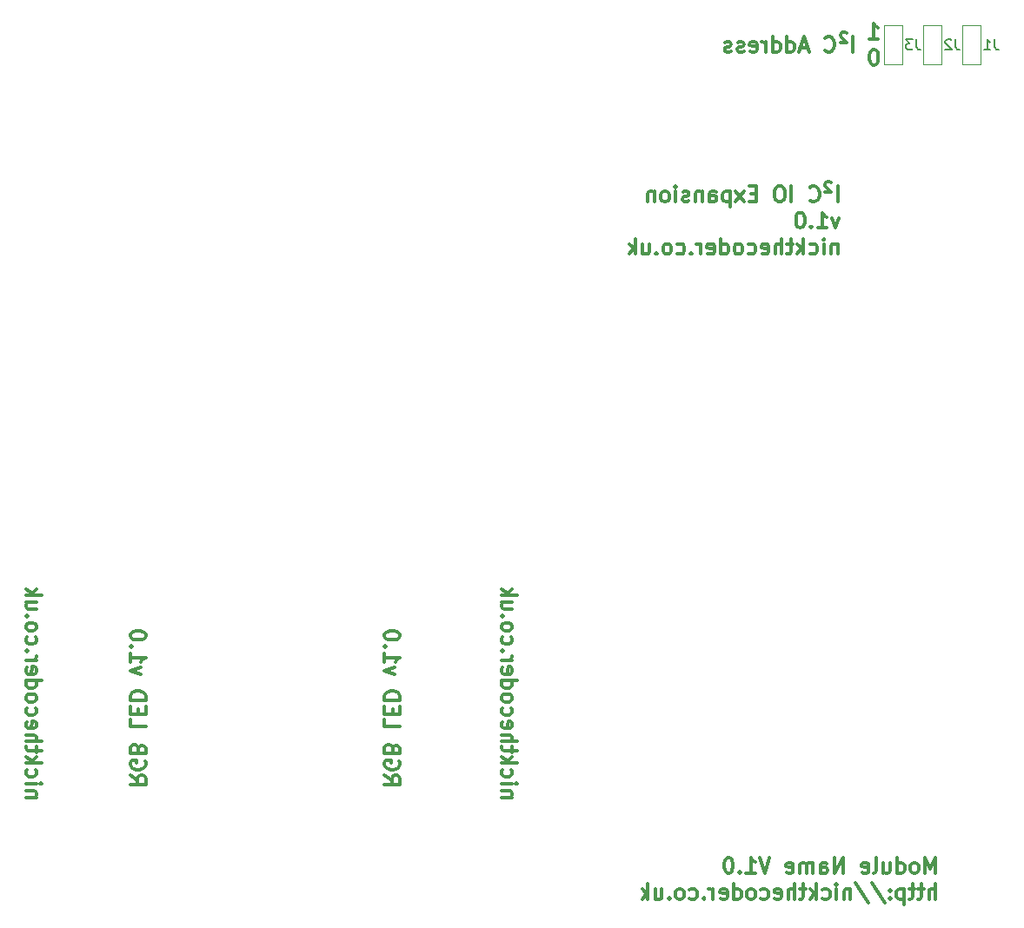
<source format=gbr>
G04 #@! TF.FileFunction,Legend,Bot*
%FSLAX46Y46*%
G04 Gerber Fmt 4.6, Leading zero omitted, Abs format (unit mm)*
G04 Created by KiCad (PCBNEW 4.0.7+dfsg1-1~bpo9+1) date Wed May  2 15:36:30 2018*
%MOMM*%
%LPD*%
G01*
G04 APERTURE LIST*
%ADD10C,0.100000*%
%ADD11C,0.300000*%
%ADD12C,0.120000*%
%ADD13C,0.150000*%
G04 APERTURE END LIST*
D10*
D11*
X153947857Y-109888571D02*
X153947857Y-108388571D01*
X153305000Y-108031429D02*
X153162143Y-107960000D01*
X152947857Y-107960000D01*
X152805000Y-108031429D01*
X152733571Y-108174286D01*
X152733571Y-108317143D01*
X152805000Y-108460000D01*
X153305000Y-108960000D01*
X152733571Y-108960000D01*
X151233571Y-109745714D02*
X151305000Y-109817143D01*
X151519286Y-109888571D01*
X151662143Y-109888571D01*
X151876428Y-109817143D01*
X152019286Y-109674286D01*
X152090714Y-109531429D01*
X152162143Y-109245714D01*
X152162143Y-109031429D01*
X152090714Y-108745714D01*
X152019286Y-108602857D01*
X151876428Y-108460000D01*
X151662143Y-108388571D01*
X151519286Y-108388571D01*
X151305000Y-108460000D01*
X151233571Y-108531429D01*
X149447857Y-109888571D02*
X149447857Y-108388571D01*
X148447857Y-108388571D02*
X148162143Y-108388571D01*
X148019285Y-108460000D01*
X147876428Y-108602857D01*
X147805000Y-108888571D01*
X147805000Y-109388571D01*
X147876428Y-109674286D01*
X148019285Y-109817143D01*
X148162143Y-109888571D01*
X148447857Y-109888571D01*
X148590714Y-109817143D01*
X148733571Y-109674286D01*
X148805000Y-109388571D01*
X148805000Y-108888571D01*
X148733571Y-108602857D01*
X148590714Y-108460000D01*
X148447857Y-108388571D01*
X146019285Y-109102857D02*
X145519285Y-109102857D01*
X145304999Y-109888571D02*
X146019285Y-109888571D01*
X146019285Y-108388571D01*
X145304999Y-108388571D01*
X144804999Y-109888571D02*
X144019285Y-108888571D01*
X144804999Y-108888571D02*
X144019285Y-109888571D01*
X143447856Y-108888571D02*
X143447856Y-110388571D01*
X143447856Y-108960000D02*
X143304999Y-108888571D01*
X143019285Y-108888571D01*
X142876428Y-108960000D01*
X142804999Y-109031429D01*
X142733570Y-109174286D01*
X142733570Y-109602857D01*
X142804999Y-109745714D01*
X142876428Y-109817143D01*
X143019285Y-109888571D01*
X143304999Y-109888571D01*
X143447856Y-109817143D01*
X141447856Y-109888571D02*
X141447856Y-109102857D01*
X141519285Y-108960000D01*
X141662142Y-108888571D01*
X141947856Y-108888571D01*
X142090713Y-108960000D01*
X141447856Y-109817143D02*
X141590713Y-109888571D01*
X141947856Y-109888571D01*
X142090713Y-109817143D01*
X142162142Y-109674286D01*
X142162142Y-109531429D01*
X142090713Y-109388571D01*
X141947856Y-109317143D01*
X141590713Y-109317143D01*
X141447856Y-109245714D01*
X140733570Y-108888571D02*
X140733570Y-109888571D01*
X140733570Y-109031429D02*
X140662142Y-108960000D01*
X140519284Y-108888571D01*
X140304999Y-108888571D01*
X140162142Y-108960000D01*
X140090713Y-109102857D01*
X140090713Y-109888571D01*
X139447856Y-109817143D02*
X139304999Y-109888571D01*
X139019284Y-109888571D01*
X138876427Y-109817143D01*
X138804999Y-109674286D01*
X138804999Y-109602857D01*
X138876427Y-109460000D01*
X139019284Y-109388571D01*
X139233570Y-109388571D01*
X139376427Y-109317143D01*
X139447856Y-109174286D01*
X139447856Y-109102857D01*
X139376427Y-108960000D01*
X139233570Y-108888571D01*
X139019284Y-108888571D01*
X138876427Y-108960000D01*
X138162141Y-109888571D02*
X138162141Y-108888571D01*
X138162141Y-108388571D02*
X138233570Y-108460000D01*
X138162141Y-108531429D01*
X138090713Y-108460000D01*
X138162141Y-108388571D01*
X138162141Y-108531429D01*
X137233569Y-109888571D02*
X137376427Y-109817143D01*
X137447855Y-109745714D01*
X137519284Y-109602857D01*
X137519284Y-109174286D01*
X137447855Y-109031429D01*
X137376427Y-108960000D01*
X137233569Y-108888571D01*
X137019284Y-108888571D01*
X136876427Y-108960000D01*
X136804998Y-109031429D01*
X136733569Y-109174286D01*
X136733569Y-109602857D01*
X136804998Y-109745714D01*
X136876427Y-109817143D01*
X137019284Y-109888571D01*
X137233569Y-109888571D01*
X136090712Y-108888571D02*
X136090712Y-109888571D01*
X136090712Y-109031429D02*
X136019284Y-108960000D01*
X135876426Y-108888571D01*
X135662141Y-108888571D01*
X135519284Y-108960000D01*
X135447855Y-109102857D01*
X135447855Y-109888571D01*
X154090714Y-111438571D02*
X153733571Y-112438571D01*
X153376429Y-111438571D01*
X152019286Y-112438571D02*
X152876429Y-112438571D01*
X152447857Y-112438571D02*
X152447857Y-110938571D01*
X152590714Y-111152857D01*
X152733572Y-111295714D01*
X152876429Y-111367143D01*
X151376429Y-112295714D02*
X151305001Y-112367143D01*
X151376429Y-112438571D01*
X151447858Y-112367143D01*
X151376429Y-112295714D01*
X151376429Y-112438571D01*
X150376429Y-110938571D02*
X150233572Y-110938571D01*
X150090715Y-111010000D01*
X150019286Y-111081429D01*
X149947857Y-111224286D01*
X149876429Y-111510000D01*
X149876429Y-111867143D01*
X149947857Y-112152857D01*
X150019286Y-112295714D01*
X150090715Y-112367143D01*
X150233572Y-112438571D01*
X150376429Y-112438571D01*
X150519286Y-112367143D01*
X150590715Y-112295714D01*
X150662143Y-112152857D01*
X150733572Y-111867143D01*
X150733572Y-111510000D01*
X150662143Y-111224286D01*
X150590715Y-111081429D01*
X150519286Y-111010000D01*
X150376429Y-110938571D01*
X153947857Y-113988571D02*
X153947857Y-114988571D01*
X153947857Y-114131429D02*
X153876429Y-114060000D01*
X153733571Y-113988571D01*
X153519286Y-113988571D01*
X153376429Y-114060000D01*
X153305000Y-114202857D01*
X153305000Y-114988571D01*
X152590714Y-114988571D02*
X152590714Y-113988571D01*
X152590714Y-113488571D02*
X152662143Y-113560000D01*
X152590714Y-113631429D01*
X152519286Y-113560000D01*
X152590714Y-113488571D01*
X152590714Y-113631429D01*
X151233571Y-114917143D02*
X151376428Y-114988571D01*
X151662142Y-114988571D01*
X151805000Y-114917143D01*
X151876428Y-114845714D01*
X151947857Y-114702857D01*
X151947857Y-114274286D01*
X151876428Y-114131429D01*
X151805000Y-114060000D01*
X151662142Y-113988571D01*
X151376428Y-113988571D01*
X151233571Y-114060000D01*
X150590714Y-114988571D02*
X150590714Y-113488571D01*
X150447857Y-114417143D02*
X150019286Y-114988571D01*
X150019286Y-113988571D02*
X150590714Y-114560000D01*
X149590714Y-113988571D02*
X149019285Y-113988571D01*
X149376428Y-113488571D02*
X149376428Y-114774286D01*
X149305000Y-114917143D01*
X149162142Y-114988571D01*
X149019285Y-114988571D01*
X148519285Y-114988571D02*
X148519285Y-113488571D01*
X147876428Y-114988571D02*
X147876428Y-114202857D01*
X147947857Y-114060000D01*
X148090714Y-113988571D01*
X148304999Y-113988571D01*
X148447857Y-114060000D01*
X148519285Y-114131429D01*
X146590714Y-114917143D02*
X146733571Y-114988571D01*
X147019285Y-114988571D01*
X147162142Y-114917143D01*
X147233571Y-114774286D01*
X147233571Y-114202857D01*
X147162142Y-114060000D01*
X147019285Y-113988571D01*
X146733571Y-113988571D01*
X146590714Y-114060000D01*
X146519285Y-114202857D01*
X146519285Y-114345714D01*
X147233571Y-114488571D01*
X145233571Y-114917143D02*
X145376428Y-114988571D01*
X145662142Y-114988571D01*
X145805000Y-114917143D01*
X145876428Y-114845714D01*
X145947857Y-114702857D01*
X145947857Y-114274286D01*
X145876428Y-114131429D01*
X145805000Y-114060000D01*
X145662142Y-113988571D01*
X145376428Y-113988571D01*
X145233571Y-114060000D01*
X144376428Y-114988571D02*
X144519286Y-114917143D01*
X144590714Y-114845714D01*
X144662143Y-114702857D01*
X144662143Y-114274286D01*
X144590714Y-114131429D01*
X144519286Y-114060000D01*
X144376428Y-113988571D01*
X144162143Y-113988571D01*
X144019286Y-114060000D01*
X143947857Y-114131429D01*
X143876428Y-114274286D01*
X143876428Y-114702857D01*
X143947857Y-114845714D01*
X144019286Y-114917143D01*
X144162143Y-114988571D01*
X144376428Y-114988571D01*
X142590714Y-114988571D02*
X142590714Y-113488571D01*
X142590714Y-114917143D02*
X142733571Y-114988571D01*
X143019285Y-114988571D01*
X143162143Y-114917143D01*
X143233571Y-114845714D01*
X143305000Y-114702857D01*
X143305000Y-114274286D01*
X143233571Y-114131429D01*
X143162143Y-114060000D01*
X143019285Y-113988571D01*
X142733571Y-113988571D01*
X142590714Y-114060000D01*
X141305000Y-114917143D02*
X141447857Y-114988571D01*
X141733571Y-114988571D01*
X141876428Y-114917143D01*
X141947857Y-114774286D01*
X141947857Y-114202857D01*
X141876428Y-114060000D01*
X141733571Y-113988571D01*
X141447857Y-113988571D01*
X141305000Y-114060000D01*
X141233571Y-114202857D01*
X141233571Y-114345714D01*
X141947857Y-114488571D01*
X140590714Y-114988571D02*
X140590714Y-113988571D01*
X140590714Y-114274286D02*
X140519286Y-114131429D01*
X140447857Y-114060000D01*
X140305000Y-113988571D01*
X140162143Y-113988571D01*
X139662143Y-114845714D02*
X139590715Y-114917143D01*
X139662143Y-114988571D01*
X139733572Y-114917143D01*
X139662143Y-114845714D01*
X139662143Y-114988571D01*
X138305000Y-114917143D02*
X138447857Y-114988571D01*
X138733571Y-114988571D01*
X138876429Y-114917143D01*
X138947857Y-114845714D01*
X139019286Y-114702857D01*
X139019286Y-114274286D01*
X138947857Y-114131429D01*
X138876429Y-114060000D01*
X138733571Y-113988571D01*
X138447857Y-113988571D01*
X138305000Y-114060000D01*
X137447857Y-114988571D02*
X137590715Y-114917143D01*
X137662143Y-114845714D01*
X137733572Y-114702857D01*
X137733572Y-114274286D01*
X137662143Y-114131429D01*
X137590715Y-114060000D01*
X137447857Y-113988571D01*
X137233572Y-113988571D01*
X137090715Y-114060000D01*
X137019286Y-114131429D01*
X136947857Y-114274286D01*
X136947857Y-114702857D01*
X137019286Y-114845714D01*
X137090715Y-114917143D01*
X137233572Y-114988571D01*
X137447857Y-114988571D01*
X136305000Y-114845714D02*
X136233572Y-114917143D01*
X136305000Y-114988571D01*
X136376429Y-114917143D01*
X136305000Y-114845714D01*
X136305000Y-114988571D01*
X134947857Y-113988571D02*
X134947857Y-114988571D01*
X135590714Y-113988571D02*
X135590714Y-114774286D01*
X135519286Y-114917143D01*
X135376428Y-114988571D01*
X135162143Y-114988571D01*
X135019286Y-114917143D01*
X134947857Y-114845714D01*
X134233571Y-114988571D02*
X134233571Y-113488571D01*
X134090714Y-114417143D02*
X133662143Y-114988571D01*
X133662143Y-113988571D02*
X134233571Y-114560000D01*
X157551428Y-95063571D02*
X157408571Y-95063571D01*
X157265714Y-95135000D01*
X157194285Y-95206429D01*
X157122856Y-95349286D01*
X157051428Y-95635000D01*
X157051428Y-95992143D01*
X157122856Y-96277857D01*
X157194285Y-96420714D01*
X157265714Y-96492143D01*
X157408571Y-96563571D01*
X157551428Y-96563571D01*
X157694285Y-96492143D01*
X157765714Y-96420714D01*
X157837142Y-96277857D01*
X157908571Y-95992143D01*
X157908571Y-95635000D01*
X157837142Y-95349286D01*
X157765714Y-95206429D01*
X157694285Y-95135000D01*
X157551428Y-95063571D01*
X157051428Y-94023571D02*
X157908571Y-94023571D01*
X157479999Y-94023571D02*
X157479999Y-92523571D01*
X157622856Y-92737857D01*
X157765714Y-92880714D01*
X157908571Y-92952143D01*
X155439285Y-95293571D02*
X155439285Y-93793571D01*
X154796428Y-93436429D02*
X154653571Y-93365000D01*
X154439285Y-93365000D01*
X154296428Y-93436429D01*
X154224999Y-93579286D01*
X154224999Y-93722143D01*
X154296428Y-93865000D01*
X154796428Y-94365000D01*
X154224999Y-94365000D01*
X152724999Y-95150714D02*
X152796428Y-95222143D01*
X153010714Y-95293571D01*
X153153571Y-95293571D01*
X153367856Y-95222143D01*
X153510714Y-95079286D01*
X153582142Y-94936429D01*
X153653571Y-94650714D01*
X153653571Y-94436429D01*
X153582142Y-94150714D01*
X153510714Y-94007857D01*
X153367856Y-93865000D01*
X153153571Y-93793571D01*
X153010714Y-93793571D01*
X152796428Y-93865000D01*
X152724999Y-93936429D01*
X151010714Y-94865000D02*
X150296428Y-94865000D01*
X151153571Y-95293571D02*
X150653571Y-93793571D01*
X150153571Y-95293571D01*
X149010714Y-95293571D02*
X149010714Y-93793571D01*
X149010714Y-95222143D02*
X149153571Y-95293571D01*
X149439285Y-95293571D01*
X149582143Y-95222143D01*
X149653571Y-95150714D01*
X149725000Y-95007857D01*
X149725000Y-94579286D01*
X149653571Y-94436429D01*
X149582143Y-94365000D01*
X149439285Y-94293571D01*
X149153571Y-94293571D01*
X149010714Y-94365000D01*
X147653571Y-95293571D02*
X147653571Y-93793571D01*
X147653571Y-95222143D02*
X147796428Y-95293571D01*
X148082142Y-95293571D01*
X148225000Y-95222143D01*
X148296428Y-95150714D01*
X148367857Y-95007857D01*
X148367857Y-94579286D01*
X148296428Y-94436429D01*
X148225000Y-94365000D01*
X148082142Y-94293571D01*
X147796428Y-94293571D01*
X147653571Y-94365000D01*
X146939285Y-95293571D02*
X146939285Y-94293571D01*
X146939285Y-94579286D02*
X146867857Y-94436429D01*
X146796428Y-94365000D01*
X146653571Y-94293571D01*
X146510714Y-94293571D01*
X145439286Y-95222143D02*
X145582143Y-95293571D01*
X145867857Y-95293571D01*
X146010714Y-95222143D01*
X146082143Y-95079286D01*
X146082143Y-94507857D01*
X146010714Y-94365000D01*
X145867857Y-94293571D01*
X145582143Y-94293571D01*
X145439286Y-94365000D01*
X145367857Y-94507857D01*
X145367857Y-94650714D01*
X146082143Y-94793571D01*
X144796429Y-95222143D02*
X144653572Y-95293571D01*
X144367857Y-95293571D01*
X144225000Y-95222143D01*
X144153572Y-95079286D01*
X144153572Y-95007857D01*
X144225000Y-94865000D01*
X144367857Y-94793571D01*
X144582143Y-94793571D01*
X144725000Y-94722143D01*
X144796429Y-94579286D01*
X144796429Y-94507857D01*
X144725000Y-94365000D01*
X144582143Y-94293571D01*
X144367857Y-94293571D01*
X144225000Y-94365000D01*
X143582143Y-95222143D02*
X143439286Y-95293571D01*
X143153571Y-95293571D01*
X143010714Y-95222143D01*
X142939286Y-95079286D01*
X142939286Y-95007857D01*
X143010714Y-94865000D01*
X143153571Y-94793571D01*
X143367857Y-94793571D01*
X143510714Y-94722143D01*
X143582143Y-94579286D01*
X143582143Y-94507857D01*
X143510714Y-94365000D01*
X143367857Y-94293571D01*
X143153571Y-94293571D01*
X143010714Y-94365000D01*
X163472857Y-175298571D02*
X163472857Y-173798571D01*
X162972857Y-174870000D01*
X162472857Y-173798571D01*
X162472857Y-175298571D01*
X161544285Y-175298571D02*
X161687143Y-175227143D01*
X161758571Y-175155714D01*
X161830000Y-175012857D01*
X161830000Y-174584286D01*
X161758571Y-174441429D01*
X161687143Y-174370000D01*
X161544285Y-174298571D01*
X161330000Y-174298571D01*
X161187143Y-174370000D01*
X161115714Y-174441429D01*
X161044285Y-174584286D01*
X161044285Y-175012857D01*
X161115714Y-175155714D01*
X161187143Y-175227143D01*
X161330000Y-175298571D01*
X161544285Y-175298571D01*
X159758571Y-175298571D02*
X159758571Y-173798571D01*
X159758571Y-175227143D02*
X159901428Y-175298571D01*
X160187142Y-175298571D01*
X160330000Y-175227143D01*
X160401428Y-175155714D01*
X160472857Y-175012857D01*
X160472857Y-174584286D01*
X160401428Y-174441429D01*
X160330000Y-174370000D01*
X160187142Y-174298571D01*
X159901428Y-174298571D01*
X159758571Y-174370000D01*
X158401428Y-174298571D02*
X158401428Y-175298571D01*
X159044285Y-174298571D02*
X159044285Y-175084286D01*
X158972857Y-175227143D01*
X158829999Y-175298571D01*
X158615714Y-175298571D01*
X158472857Y-175227143D01*
X158401428Y-175155714D01*
X157472856Y-175298571D02*
X157615714Y-175227143D01*
X157687142Y-175084286D01*
X157687142Y-173798571D01*
X156330000Y-175227143D02*
X156472857Y-175298571D01*
X156758571Y-175298571D01*
X156901428Y-175227143D01*
X156972857Y-175084286D01*
X156972857Y-174512857D01*
X156901428Y-174370000D01*
X156758571Y-174298571D01*
X156472857Y-174298571D01*
X156330000Y-174370000D01*
X156258571Y-174512857D01*
X156258571Y-174655714D01*
X156972857Y-174798571D01*
X154472857Y-175298571D02*
X154472857Y-173798571D01*
X153615714Y-175298571D01*
X153615714Y-173798571D01*
X152258571Y-175298571D02*
X152258571Y-174512857D01*
X152330000Y-174370000D01*
X152472857Y-174298571D01*
X152758571Y-174298571D01*
X152901428Y-174370000D01*
X152258571Y-175227143D02*
X152401428Y-175298571D01*
X152758571Y-175298571D01*
X152901428Y-175227143D01*
X152972857Y-175084286D01*
X152972857Y-174941429D01*
X152901428Y-174798571D01*
X152758571Y-174727143D01*
X152401428Y-174727143D01*
X152258571Y-174655714D01*
X151544285Y-175298571D02*
X151544285Y-174298571D01*
X151544285Y-174441429D02*
X151472857Y-174370000D01*
X151329999Y-174298571D01*
X151115714Y-174298571D01*
X150972857Y-174370000D01*
X150901428Y-174512857D01*
X150901428Y-175298571D01*
X150901428Y-174512857D02*
X150829999Y-174370000D01*
X150687142Y-174298571D01*
X150472857Y-174298571D01*
X150329999Y-174370000D01*
X150258571Y-174512857D01*
X150258571Y-175298571D01*
X148972857Y-175227143D02*
X149115714Y-175298571D01*
X149401428Y-175298571D01*
X149544285Y-175227143D01*
X149615714Y-175084286D01*
X149615714Y-174512857D01*
X149544285Y-174370000D01*
X149401428Y-174298571D01*
X149115714Y-174298571D01*
X148972857Y-174370000D01*
X148901428Y-174512857D01*
X148901428Y-174655714D01*
X149615714Y-174798571D01*
X147330000Y-173798571D02*
X146830000Y-175298571D01*
X146330000Y-173798571D01*
X145044286Y-175298571D02*
X145901429Y-175298571D01*
X145472857Y-175298571D02*
X145472857Y-173798571D01*
X145615714Y-174012857D01*
X145758572Y-174155714D01*
X145901429Y-174227143D01*
X144401429Y-175155714D02*
X144330001Y-175227143D01*
X144401429Y-175298571D01*
X144472858Y-175227143D01*
X144401429Y-175155714D01*
X144401429Y-175298571D01*
X143401429Y-173798571D02*
X143258572Y-173798571D01*
X143115715Y-173870000D01*
X143044286Y-173941429D01*
X142972857Y-174084286D01*
X142901429Y-174370000D01*
X142901429Y-174727143D01*
X142972857Y-175012857D01*
X143044286Y-175155714D01*
X143115715Y-175227143D01*
X143258572Y-175298571D01*
X143401429Y-175298571D01*
X143544286Y-175227143D01*
X143615715Y-175155714D01*
X143687143Y-175012857D01*
X143758572Y-174727143D01*
X143758572Y-174370000D01*
X143687143Y-174084286D01*
X143615715Y-173941429D01*
X143544286Y-173870000D01*
X143401429Y-173798571D01*
X163472857Y-177848571D02*
X163472857Y-176348571D01*
X162830000Y-177848571D02*
X162830000Y-177062857D01*
X162901429Y-176920000D01*
X163044286Y-176848571D01*
X163258571Y-176848571D01*
X163401429Y-176920000D01*
X163472857Y-176991429D01*
X162330000Y-176848571D02*
X161758571Y-176848571D01*
X162115714Y-176348571D02*
X162115714Y-177634286D01*
X162044286Y-177777143D01*
X161901428Y-177848571D01*
X161758571Y-177848571D01*
X161472857Y-176848571D02*
X160901428Y-176848571D01*
X161258571Y-176348571D02*
X161258571Y-177634286D01*
X161187143Y-177777143D01*
X161044285Y-177848571D01*
X160901428Y-177848571D01*
X160401428Y-176848571D02*
X160401428Y-178348571D01*
X160401428Y-176920000D02*
X160258571Y-176848571D01*
X159972857Y-176848571D01*
X159830000Y-176920000D01*
X159758571Y-176991429D01*
X159687142Y-177134286D01*
X159687142Y-177562857D01*
X159758571Y-177705714D01*
X159830000Y-177777143D01*
X159972857Y-177848571D01*
X160258571Y-177848571D01*
X160401428Y-177777143D01*
X159044285Y-177705714D02*
X158972857Y-177777143D01*
X159044285Y-177848571D01*
X159115714Y-177777143D01*
X159044285Y-177705714D01*
X159044285Y-177848571D01*
X159044285Y-176920000D02*
X158972857Y-176991429D01*
X159044285Y-177062857D01*
X159115714Y-176991429D01*
X159044285Y-176920000D01*
X159044285Y-177062857D01*
X157258571Y-176277143D02*
X158544285Y-178205714D01*
X155687142Y-176277143D02*
X156972856Y-178205714D01*
X155187141Y-176848571D02*
X155187141Y-177848571D01*
X155187141Y-176991429D02*
X155115713Y-176920000D01*
X154972855Y-176848571D01*
X154758570Y-176848571D01*
X154615713Y-176920000D01*
X154544284Y-177062857D01*
X154544284Y-177848571D01*
X153829998Y-177848571D02*
X153829998Y-176848571D01*
X153829998Y-176348571D02*
X153901427Y-176420000D01*
X153829998Y-176491429D01*
X153758570Y-176420000D01*
X153829998Y-176348571D01*
X153829998Y-176491429D01*
X152472855Y-177777143D02*
X152615712Y-177848571D01*
X152901426Y-177848571D01*
X153044284Y-177777143D01*
X153115712Y-177705714D01*
X153187141Y-177562857D01*
X153187141Y-177134286D01*
X153115712Y-176991429D01*
X153044284Y-176920000D01*
X152901426Y-176848571D01*
X152615712Y-176848571D01*
X152472855Y-176920000D01*
X151829998Y-177848571D02*
X151829998Y-176348571D01*
X151687141Y-177277143D02*
X151258570Y-177848571D01*
X151258570Y-176848571D02*
X151829998Y-177420000D01*
X150829998Y-176848571D02*
X150258569Y-176848571D01*
X150615712Y-176348571D02*
X150615712Y-177634286D01*
X150544284Y-177777143D01*
X150401426Y-177848571D01*
X150258569Y-177848571D01*
X149758569Y-177848571D02*
X149758569Y-176348571D01*
X149115712Y-177848571D02*
X149115712Y-177062857D01*
X149187141Y-176920000D01*
X149329998Y-176848571D01*
X149544283Y-176848571D01*
X149687141Y-176920000D01*
X149758569Y-176991429D01*
X147829998Y-177777143D02*
X147972855Y-177848571D01*
X148258569Y-177848571D01*
X148401426Y-177777143D01*
X148472855Y-177634286D01*
X148472855Y-177062857D01*
X148401426Y-176920000D01*
X148258569Y-176848571D01*
X147972855Y-176848571D01*
X147829998Y-176920000D01*
X147758569Y-177062857D01*
X147758569Y-177205714D01*
X148472855Y-177348571D01*
X146472855Y-177777143D02*
X146615712Y-177848571D01*
X146901426Y-177848571D01*
X147044284Y-177777143D01*
X147115712Y-177705714D01*
X147187141Y-177562857D01*
X147187141Y-177134286D01*
X147115712Y-176991429D01*
X147044284Y-176920000D01*
X146901426Y-176848571D01*
X146615712Y-176848571D01*
X146472855Y-176920000D01*
X145615712Y-177848571D02*
X145758570Y-177777143D01*
X145829998Y-177705714D01*
X145901427Y-177562857D01*
X145901427Y-177134286D01*
X145829998Y-176991429D01*
X145758570Y-176920000D01*
X145615712Y-176848571D01*
X145401427Y-176848571D01*
X145258570Y-176920000D01*
X145187141Y-176991429D01*
X145115712Y-177134286D01*
X145115712Y-177562857D01*
X145187141Y-177705714D01*
X145258570Y-177777143D01*
X145401427Y-177848571D01*
X145615712Y-177848571D01*
X143829998Y-177848571D02*
X143829998Y-176348571D01*
X143829998Y-177777143D02*
X143972855Y-177848571D01*
X144258569Y-177848571D01*
X144401427Y-177777143D01*
X144472855Y-177705714D01*
X144544284Y-177562857D01*
X144544284Y-177134286D01*
X144472855Y-176991429D01*
X144401427Y-176920000D01*
X144258569Y-176848571D01*
X143972855Y-176848571D01*
X143829998Y-176920000D01*
X142544284Y-177777143D02*
X142687141Y-177848571D01*
X142972855Y-177848571D01*
X143115712Y-177777143D01*
X143187141Y-177634286D01*
X143187141Y-177062857D01*
X143115712Y-176920000D01*
X142972855Y-176848571D01*
X142687141Y-176848571D01*
X142544284Y-176920000D01*
X142472855Y-177062857D01*
X142472855Y-177205714D01*
X143187141Y-177348571D01*
X141829998Y-177848571D02*
X141829998Y-176848571D01*
X141829998Y-177134286D02*
X141758570Y-176991429D01*
X141687141Y-176920000D01*
X141544284Y-176848571D01*
X141401427Y-176848571D01*
X140901427Y-177705714D02*
X140829999Y-177777143D01*
X140901427Y-177848571D01*
X140972856Y-177777143D01*
X140901427Y-177705714D01*
X140901427Y-177848571D01*
X139544284Y-177777143D02*
X139687141Y-177848571D01*
X139972855Y-177848571D01*
X140115713Y-177777143D01*
X140187141Y-177705714D01*
X140258570Y-177562857D01*
X140258570Y-177134286D01*
X140187141Y-176991429D01*
X140115713Y-176920000D01*
X139972855Y-176848571D01*
X139687141Y-176848571D01*
X139544284Y-176920000D01*
X138687141Y-177848571D02*
X138829999Y-177777143D01*
X138901427Y-177705714D01*
X138972856Y-177562857D01*
X138972856Y-177134286D01*
X138901427Y-176991429D01*
X138829999Y-176920000D01*
X138687141Y-176848571D01*
X138472856Y-176848571D01*
X138329999Y-176920000D01*
X138258570Y-176991429D01*
X138187141Y-177134286D01*
X138187141Y-177562857D01*
X138258570Y-177705714D01*
X138329999Y-177777143D01*
X138472856Y-177848571D01*
X138687141Y-177848571D01*
X137544284Y-177705714D02*
X137472856Y-177777143D01*
X137544284Y-177848571D01*
X137615713Y-177777143D01*
X137544284Y-177705714D01*
X137544284Y-177848571D01*
X136187141Y-176848571D02*
X136187141Y-177848571D01*
X136829998Y-176848571D02*
X136829998Y-177634286D01*
X136758570Y-177777143D01*
X136615712Y-177848571D01*
X136401427Y-177848571D01*
X136258570Y-177777143D01*
X136187141Y-177705714D01*
X135472855Y-177848571D02*
X135472855Y-176348571D01*
X135329998Y-177277143D02*
X134901427Y-177848571D01*
X134901427Y-176848571D02*
X135472855Y-177420000D01*
X109811429Y-165790714D02*
X110525714Y-166290714D01*
X109811429Y-166647857D02*
X111311429Y-166647857D01*
X111311429Y-166076429D01*
X111240000Y-165933571D01*
X111168571Y-165862143D01*
X111025714Y-165790714D01*
X110811429Y-165790714D01*
X110668571Y-165862143D01*
X110597143Y-165933571D01*
X110525714Y-166076429D01*
X110525714Y-166647857D01*
X111240000Y-164362143D02*
X111311429Y-164505000D01*
X111311429Y-164719286D01*
X111240000Y-164933571D01*
X111097143Y-165076429D01*
X110954286Y-165147857D01*
X110668571Y-165219286D01*
X110454286Y-165219286D01*
X110168571Y-165147857D01*
X110025714Y-165076429D01*
X109882857Y-164933571D01*
X109811429Y-164719286D01*
X109811429Y-164576429D01*
X109882857Y-164362143D01*
X109954286Y-164290714D01*
X110454286Y-164290714D01*
X110454286Y-164576429D01*
X110597143Y-163147857D02*
X110525714Y-162933571D01*
X110454286Y-162862143D01*
X110311429Y-162790714D01*
X110097143Y-162790714D01*
X109954286Y-162862143D01*
X109882857Y-162933571D01*
X109811429Y-163076429D01*
X109811429Y-163647857D01*
X111311429Y-163647857D01*
X111311429Y-163147857D01*
X111240000Y-163005000D01*
X111168571Y-162933571D01*
X111025714Y-162862143D01*
X110882857Y-162862143D01*
X110740000Y-162933571D01*
X110668571Y-163005000D01*
X110597143Y-163147857D01*
X110597143Y-163647857D01*
X109811429Y-160290714D02*
X109811429Y-161005000D01*
X111311429Y-161005000D01*
X110597143Y-159790714D02*
X110597143Y-159290714D01*
X109811429Y-159076428D02*
X109811429Y-159790714D01*
X111311429Y-159790714D01*
X111311429Y-159076428D01*
X109811429Y-158433571D02*
X111311429Y-158433571D01*
X111311429Y-158076428D01*
X111240000Y-157862143D01*
X111097143Y-157719285D01*
X110954286Y-157647857D01*
X110668571Y-157576428D01*
X110454286Y-157576428D01*
X110168571Y-157647857D01*
X110025714Y-157719285D01*
X109882857Y-157862143D01*
X109811429Y-158076428D01*
X109811429Y-158433571D01*
X110811429Y-155933571D02*
X109811429Y-155576428D01*
X110811429Y-155219286D01*
X109811429Y-153862143D02*
X109811429Y-154719286D01*
X109811429Y-154290714D02*
X111311429Y-154290714D01*
X111097143Y-154433571D01*
X110954286Y-154576429D01*
X110882857Y-154719286D01*
X109954286Y-153219286D02*
X109882857Y-153147858D01*
X109811429Y-153219286D01*
X109882857Y-153290715D01*
X109954286Y-153219286D01*
X109811429Y-153219286D01*
X111311429Y-152219286D02*
X111311429Y-152076429D01*
X111240000Y-151933572D01*
X111168571Y-151862143D01*
X111025714Y-151790714D01*
X110740000Y-151719286D01*
X110382857Y-151719286D01*
X110097143Y-151790714D01*
X109954286Y-151862143D01*
X109882857Y-151933572D01*
X109811429Y-152076429D01*
X109811429Y-152219286D01*
X109882857Y-152362143D01*
X109954286Y-152433572D01*
X110097143Y-152505000D01*
X110382857Y-152576429D01*
X110740000Y-152576429D01*
X111025714Y-152505000D01*
X111168571Y-152433572D01*
X111240000Y-152362143D01*
X111311429Y-152219286D01*
X85046429Y-165790714D02*
X85760714Y-166290714D01*
X85046429Y-166647857D02*
X86546429Y-166647857D01*
X86546429Y-166076429D01*
X86475000Y-165933571D01*
X86403571Y-165862143D01*
X86260714Y-165790714D01*
X86046429Y-165790714D01*
X85903571Y-165862143D01*
X85832143Y-165933571D01*
X85760714Y-166076429D01*
X85760714Y-166647857D01*
X86475000Y-164362143D02*
X86546429Y-164505000D01*
X86546429Y-164719286D01*
X86475000Y-164933571D01*
X86332143Y-165076429D01*
X86189286Y-165147857D01*
X85903571Y-165219286D01*
X85689286Y-165219286D01*
X85403571Y-165147857D01*
X85260714Y-165076429D01*
X85117857Y-164933571D01*
X85046429Y-164719286D01*
X85046429Y-164576429D01*
X85117857Y-164362143D01*
X85189286Y-164290714D01*
X85689286Y-164290714D01*
X85689286Y-164576429D01*
X85832143Y-163147857D02*
X85760714Y-162933571D01*
X85689286Y-162862143D01*
X85546429Y-162790714D01*
X85332143Y-162790714D01*
X85189286Y-162862143D01*
X85117857Y-162933571D01*
X85046429Y-163076429D01*
X85046429Y-163647857D01*
X86546429Y-163647857D01*
X86546429Y-163147857D01*
X86475000Y-163005000D01*
X86403571Y-162933571D01*
X86260714Y-162862143D01*
X86117857Y-162862143D01*
X85975000Y-162933571D01*
X85903571Y-163005000D01*
X85832143Y-163147857D01*
X85832143Y-163647857D01*
X85046429Y-160290714D02*
X85046429Y-161005000D01*
X86546429Y-161005000D01*
X85832143Y-159790714D02*
X85832143Y-159290714D01*
X85046429Y-159076428D02*
X85046429Y-159790714D01*
X86546429Y-159790714D01*
X86546429Y-159076428D01*
X85046429Y-158433571D02*
X86546429Y-158433571D01*
X86546429Y-158076428D01*
X86475000Y-157862143D01*
X86332143Y-157719285D01*
X86189286Y-157647857D01*
X85903571Y-157576428D01*
X85689286Y-157576428D01*
X85403571Y-157647857D01*
X85260714Y-157719285D01*
X85117857Y-157862143D01*
X85046429Y-158076428D01*
X85046429Y-158433571D01*
X86046429Y-155933571D02*
X85046429Y-155576428D01*
X86046429Y-155219286D01*
X85046429Y-153862143D02*
X85046429Y-154719286D01*
X85046429Y-154290714D02*
X86546429Y-154290714D01*
X86332143Y-154433571D01*
X86189286Y-154576429D01*
X86117857Y-154719286D01*
X85189286Y-153219286D02*
X85117857Y-153147858D01*
X85046429Y-153219286D01*
X85117857Y-153290715D01*
X85189286Y-153219286D01*
X85046429Y-153219286D01*
X86546429Y-152219286D02*
X86546429Y-152076429D01*
X86475000Y-151933572D01*
X86403571Y-151862143D01*
X86260714Y-151790714D01*
X85975000Y-151719286D01*
X85617857Y-151719286D01*
X85332143Y-151790714D01*
X85189286Y-151862143D01*
X85117857Y-151933572D01*
X85046429Y-152076429D01*
X85046429Y-152219286D01*
X85117857Y-152362143D01*
X85189286Y-152433572D01*
X85332143Y-152505000D01*
X85617857Y-152576429D01*
X85975000Y-152576429D01*
X86260714Y-152505000D01*
X86403571Y-152433572D01*
X86475000Y-152362143D01*
X86546429Y-152219286D01*
X122241429Y-167917857D02*
X121241429Y-167917857D01*
X122098571Y-167917857D02*
X122170000Y-167846429D01*
X122241429Y-167703571D01*
X122241429Y-167489286D01*
X122170000Y-167346429D01*
X122027143Y-167275000D01*
X121241429Y-167275000D01*
X121241429Y-166560714D02*
X122241429Y-166560714D01*
X122741429Y-166560714D02*
X122670000Y-166632143D01*
X122598571Y-166560714D01*
X122670000Y-166489286D01*
X122741429Y-166560714D01*
X122598571Y-166560714D01*
X121312857Y-165203571D02*
X121241429Y-165346428D01*
X121241429Y-165632142D01*
X121312857Y-165775000D01*
X121384286Y-165846428D01*
X121527143Y-165917857D01*
X121955714Y-165917857D01*
X122098571Y-165846428D01*
X122170000Y-165775000D01*
X122241429Y-165632142D01*
X122241429Y-165346428D01*
X122170000Y-165203571D01*
X121241429Y-164560714D02*
X122741429Y-164560714D01*
X121812857Y-164417857D02*
X121241429Y-163989286D01*
X122241429Y-163989286D02*
X121670000Y-164560714D01*
X122241429Y-163560714D02*
X122241429Y-162989285D01*
X122741429Y-163346428D02*
X121455714Y-163346428D01*
X121312857Y-163275000D01*
X121241429Y-163132142D01*
X121241429Y-162989285D01*
X121241429Y-162489285D02*
X122741429Y-162489285D01*
X121241429Y-161846428D02*
X122027143Y-161846428D01*
X122170000Y-161917857D01*
X122241429Y-162060714D01*
X122241429Y-162274999D01*
X122170000Y-162417857D01*
X122098571Y-162489285D01*
X121312857Y-160560714D02*
X121241429Y-160703571D01*
X121241429Y-160989285D01*
X121312857Y-161132142D01*
X121455714Y-161203571D01*
X122027143Y-161203571D01*
X122170000Y-161132142D01*
X122241429Y-160989285D01*
X122241429Y-160703571D01*
X122170000Y-160560714D01*
X122027143Y-160489285D01*
X121884286Y-160489285D01*
X121741429Y-161203571D01*
X121312857Y-159203571D02*
X121241429Y-159346428D01*
X121241429Y-159632142D01*
X121312857Y-159775000D01*
X121384286Y-159846428D01*
X121527143Y-159917857D01*
X121955714Y-159917857D01*
X122098571Y-159846428D01*
X122170000Y-159775000D01*
X122241429Y-159632142D01*
X122241429Y-159346428D01*
X122170000Y-159203571D01*
X121241429Y-158346428D02*
X121312857Y-158489286D01*
X121384286Y-158560714D01*
X121527143Y-158632143D01*
X121955714Y-158632143D01*
X122098571Y-158560714D01*
X122170000Y-158489286D01*
X122241429Y-158346428D01*
X122241429Y-158132143D01*
X122170000Y-157989286D01*
X122098571Y-157917857D01*
X121955714Y-157846428D01*
X121527143Y-157846428D01*
X121384286Y-157917857D01*
X121312857Y-157989286D01*
X121241429Y-158132143D01*
X121241429Y-158346428D01*
X121241429Y-156560714D02*
X122741429Y-156560714D01*
X121312857Y-156560714D02*
X121241429Y-156703571D01*
X121241429Y-156989285D01*
X121312857Y-157132143D01*
X121384286Y-157203571D01*
X121527143Y-157275000D01*
X121955714Y-157275000D01*
X122098571Y-157203571D01*
X122170000Y-157132143D01*
X122241429Y-156989285D01*
X122241429Y-156703571D01*
X122170000Y-156560714D01*
X121312857Y-155275000D02*
X121241429Y-155417857D01*
X121241429Y-155703571D01*
X121312857Y-155846428D01*
X121455714Y-155917857D01*
X122027143Y-155917857D01*
X122170000Y-155846428D01*
X122241429Y-155703571D01*
X122241429Y-155417857D01*
X122170000Y-155275000D01*
X122027143Y-155203571D01*
X121884286Y-155203571D01*
X121741429Y-155917857D01*
X121241429Y-154560714D02*
X122241429Y-154560714D01*
X121955714Y-154560714D02*
X122098571Y-154489286D01*
X122170000Y-154417857D01*
X122241429Y-154275000D01*
X122241429Y-154132143D01*
X121384286Y-153632143D02*
X121312857Y-153560715D01*
X121241429Y-153632143D01*
X121312857Y-153703572D01*
X121384286Y-153632143D01*
X121241429Y-153632143D01*
X121312857Y-152275000D02*
X121241429Y-152417857D01*
X121241429Y-152703571D01*
X121312857Y-152846429D01*
X121384286Y-152917857D01*
X121527143Y-152989286D01*
X121955714Y-152989286D01*
X122098571Y-152917857D01*
X122170000Y-152846429D01*
X122241429Y-152703571D01*
X122241429Y-152417857D01*
X122170000Y-152275000D01*
X121241429Y-151417857D02*
X121312857Y-151560715D01*
X121384286Y-151632143D01*
X121527143Y-151703572D01*
X121955714Y-151703572D01*
X122098571Y-151632143D01*
X122170000Y-151560715D01*
X122241429Y-151417857D01*
X122241429Y-151203572D01*
X122170000Y-151060715D01*
X122098571Y-150989286D01*
X121955714Y-150917857D01*
X121527143Y-150917857D01*
X121384286Y-150989286D01*
X121312857Y-151060715D01*
X121241429Y-151203572D01*
X121241429Y-151417857D01*
X121384286Y-150275000D02*
X121312857Y-150203572D01*
X121241429Y-150275000D01*
X121312857Y-150346429D01*
X121384286Y-150275000D01*
X121241429Y-150275000D01*
X122241429Y-148917857D02*
X121241429Y-148917857D01*
X122241429Y-149560714D02*
X121455714Y-149560714D01*
X121312857Y-149489286D01*
X121241429Y-149346428D01*
X121241429Y-149132143D01*
X121312857Y-148989286D01*
X121384286Y-148917857D01*
X121241429Y-148203571D02*
X122741429Y-148203571D01*
X121812857Y-148060714D02*
X121241429Y-147632143D01*
X122241429Y-147632143D02*
X121670000Y-148203571D01*
X75886429Y-167917857D02*
X74886429Y-167917857D01*
X75743571Y-167917857D02*
X75815000Y-167846429D01*
X75886429Y-167703571D01*
X75886429Y-167489286D01*
X75815000Y-167346429D01*
X75672143Y-167275000D01*
X74886429Y-167275000D01*
X74886429Y-166560714D02*
X75886429Y-166560714D01*
X76386429Y-166560714D02*
X76315000Y-166632143D01*
X76243571Y-166560714D01*
X76315000Y-166489286D01*
X76386429Y-166560714D01*
X76243571Y-166560714D01*
X74957857Y-165203571D02*
X74886429Y-165346428D01*
X74886429Y-165632142D01*
X74957857Y-165775000D01*
X75029286Y-165846428D01*
X75172143Y-165917857D01*
X75600714Y-165917857D01*
X75743571Y-165846428D01*
X75815000Y-165775000D01*
X75886429Y-165632142D01*
X75886429Y-165346428D01*
X75815000Y-165203571D01*
X74886429Y-164560714D02*
X76386429Y-164560714D01*
X75457857Y-164417857D02*
X74886429Y-163989286D01*
X75886429Y-163989286D02*
X75315000Y-164560714D01*
X75886429Y-163560714D02*
X75886429Y-162989285D01*
X76386429Y-163346428D02*
X75100714Y-163346428D01*
X74957857Y-163275000D01*
X74886429Y-163132142D01*
X74886429Y-162989285D01*
X74886429Y-162489285D02*
X76386429Y-162489285D01*
X74886429Y-161846428D02*
X75672143Y-161846428D01*
X75815000Y-161917857D01*
X75886429Y-162060714D01*
X75886429Y-162274999D01*
X75815000Y-162417857D01*
X75743571Y-162489285D01*
X74957857Y-160560714D02*
X74886429Y-160703571D01*
X74886429Y-160989285D01*
X74957857Y-161132142D01*
X75100714Y-161203571D01*
X75672143Y-161203571D01*
X75815000Y-161132142D01*
X75886429Y-160989285D01*
X75886429Y-160703571D01*
X75815000Y-160560714D01*
X75672143Y-160489285D01*
X75529286Y-160489285D01*
X75386429Y-161203571D01*
X74957857Y-159203571D02*
X74886429Y-159346428D01*
X74886429Y-159632142D01*
X74957857Y-159775000D01*
X75029286Y-159846428D01*
X75172143Y-159917857D01*
X75600714Y-159917857D01*
X75743571Y-159846428D01*
X75815000Y-159775000D01*
X75886429Y-159632142D01*
X75886429Y-159346428D01*
X75815000Y-159203571D01*
X74886429Y-158346428D02*
X74957857Y-158489286D01*
X75029286Y-158560714D01*
X75172143Y-158632143D01*
X75600714Y-158632143D01*
X75743571Y-158560714D01*
X75815000Y-158489286D01*
X75886429Y-158346428D01*
X75886429Y-158132143D01*
X75815000Y-157989286D01*
X75743571Y-157917857D01*
X75600714Y-157846428D01*
X75172143Y-157846428D01*
X75029286Y-157917857D01*
X74957857Y-157989286D01*
X74886429Y-158132143D01*
X74886429Y-158346428D01*
X74886429Y-156560714D02*
X76386429Y-156560714D01*
X74957857Y-156560714D02*
X74886429Y-156703571D01*
X74886429Y-156989285D01*
X74957857Y-157132143D01*
X75029286Y-157203571D01*
X75172143Y-157275000D01*
X75600714Y-157275000D01*
X75743571Y-157203571D01*
X75815000Y-157132143D01*
X75886429Y-156989285D01*
X75886429Y-156703571D01*
X75815000Y-156560714D01*
X74957857Y-155275000D02*
X74886429Y-155417857D01*
X74886429Y-155703571D01*
X74957857Y-155846428D01*
X75100714Y-155917857D01*
X75672143Y-155917857D01*
X75815000Y-155846428D01*
X75886429Y-155703571D01*
X75886429Y-155417857D01*
X75815000Y-155275000D01*
X75672143Y-155203571D01*
X75529286Y-155203571D01*
X75386429Y-155917857D01*
X74886429Y-154560714D02*
X75886429Y-154560714D01*
X75600714Y-154560714D02*
X75743571Y-154489286D01*
X75815000Y-154417857D01*
X75886429Y-154275000D01*
X75886429Y-154132143D01*
X75029286Y-153632143D02*
X74957857Y-153560715D01*
X74886429Y-153632143D01*
X74957857Y-153703572D01*
X75029286Y-153632143D01*
X74886429Y-153632143D01*
X74957857Y-152275000D02*
X74886429Y-152417857D01*
X74886429Y-152703571D01*
X74957857Y-152846429D01*
X75029286Y-152917857D01*
X75172143Y-152989286D01*
X75600714Y-152989286D01*
X75743571Y-152917857D01*
X75815000Y-152846429D01*
X75886429Y-152703571D01*
X75886429Y-152417857D01*
X75815000Y-152275000D01*
X74886429Y-151417857D02*
X74957857Y-151560715D01*
X75029286Y-151632143D01*
X75172143Y-151703572D01*
X75600714Y-151703572D01*
X75743571Y-151632143D01*
X75815000Y-151560715D01*
X75886429Y-151417857D01*
X75886429Y-151203572D01*
X75815000Y-151060715D01*
X75743571Y-150989286D01*
X75600714Y-150917857D01*
X75172143Y-150917857D01*
X75029286Y-150989286D01*
X74957857Y-151060715D01*
X74886429Y-151203572D01*
X74886429Y-151417857D01*
X75029286Y-150275000D02*
X74957857Y-150203572D01*
X74886429Y-150275000D01*
X74957857Y-150346429D01*
X75029286Y-150275000D01*
X74886429Y-150275000D01*
X75886429Y-148917857D02*
X74886429Y-148917857D01*
X75886429Y-149560714D02*
X75100714Y-149560714D01*
X74957857Y-149489286D01*
X74886429Y-149346428D01*
X74886429Y-149132143D01*
X74957857Y-148989286D01*
X75029286Y-148917857D01*
X74886429Y-148203571D02*
X76386429Y-148203571D01*
X75457857Y-148060714D02*
X74886429Y-147632143D01*
X75886429Y-147632143D02*
X75315000Y-148203571D01*
D12*
X167895000Y-92705000D02*
X167895000Y-96525000D01*
X167895000Y-96525000D02*
X166115000Y-96525000D01*
X166115000Y-96525000D02*
X166115000Y-92705000D01*
X167895000Y-92705000D02*
X166115000Y-92705000D01*
X164085000Y-92705000D02*
X164085000Y-96525000D01*
X164085000Y-96525000D02*
X162305000Y-96525000D01*
X162305000Y-96525000D02*
X162305000Y-92705000D01*
X164085000Y-92705000D02*
X162305000Y-92705000D01*
X160275000Y-92705000D02*
X160275000Y-96525000D01*
X160275000Y-96525000D02*
X158495000Y-96525000D01*
X158495000Y-96525000D02*
X158495000Y-92705000D01*
X160275000Y-92705000D02*
X158495000Y-92705000D01*
D13*
X169243333Y-94067381D02*
X169243333Y-94781667D01*
X169290953Y-94924524D01*
X169386191Y-95019762D01*
X169529048Y-95067381D01*
X169624286Y-95067381D01*
X168243333Y-95067381D02*
X168814762Y-95067381D01*
X168529048Y-95067381D02*
X168529048Y-94067381D01*
X168624286Y-94210238D01*
X168719524Y-94305476D01*
X168814762Y-94353095D01*
X165433333Y-94067381D02*
X165433333Y-94781667D01*
X165480953Y-94924524D01*
X165576191Y-95019762D01*
X165719048Y-95067381D01*
X165814286Y-95067381D01*
X165004762Y-94162619D02*
X164957143Y-94115000D01*
X164861905Y-94067381D01*
X164623809Y-94067381D01*
X164528571Y-94115000D01*
X164480952Y-94162619D01*
X164433333Y-94257857D01*
X164433333Y-94353095D01*
X164480952Y-94495952D01*
X165052381Y-95067381D01*
X164433333Y-95067381D01*
X161623333Y-94067381D02*
X161623333Y-94781667D01*
X161670953Y-94924524D01*
X161766191Y-95019762D01*
X161909048Y-95067381D01*
X162004286Y-95067381D01*
X161242381Y-94067381D02*
X160623333Y-94067381D01*
X160956667Y-94448333D01*
X160813809Y-94448333D01*
X160718571Y-94495952D01*
X160670952Y-94543571D01*
X160623333Y-94638810D01*
X160623333Y-94876905D01*
X160670952Y-94972143D01*
X160718571Y-95019762D01*
X160813809Y-95067381D01*
X161099524Y-95067381D01*
X161194762Y-95019762D01*
X161242381Y-94972143D01*
M02*

</source>
